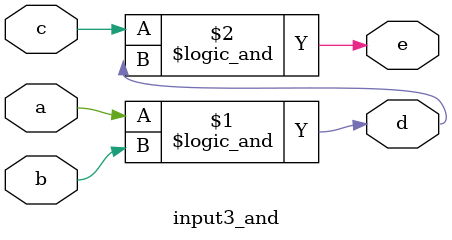
<source format=v>
`timescale 1ns / 1ps

module input3_and(
    input a,
    input b,
    input c,
    output d,
    output e 
    );
    
assign d = a&&b;
assign e = c&&d;

endmodule

</source>
